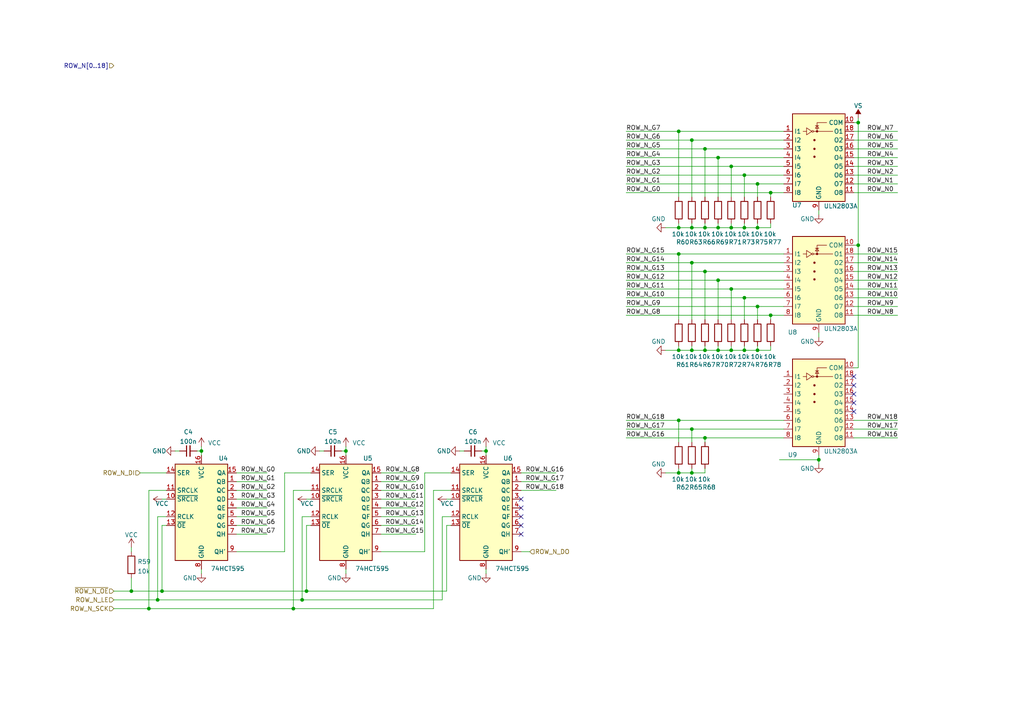
<source format=kicad_sch>
(kicad_sch (version 20210621) (generator eeschema)
  (paper "A4")
  (lib_symbols
    (symbol "74xx:74HCT595"
      (property "Reference" "U" (at -7.62 13.97 0))
      (property "Value" "74HCT595" (at -7.62 -16.51 0))
      (symbol "74HCT595_1_0"
        (pin tri_state line (at 10.16 7.62 180) (length 2.54) (name "QB") (number "1"))
        (pin input line (at -10.16 2.54 0) (length 2.54) (name "~{SRCLR}") (number "10"))
        (pin input line (at -10.16 5.08 0) (length 2.54) (name "SRCLK") (number "11"))
        (pin input line (at -10.16 -2.54 0) (length 2.54) (name "RCLK") (number "12"))
        (pin input line (at -10.16 -5.08 0) (length 2.54) (name "~{OE}") (number "13"))
        (pin input line (at -10.16 10.16 0) (length 2.54) (name "SER") (number "14"))
        (pin tri_state line (at 10.16 10.16 180) (length 2.54) (name "QA") (number "15"))
        (pin power_in line (at 0 15.24 270) (length 2.54) (name "VCC") (number "16"))
        (pin tri_state line (at 10.16 5.08 180) (length 2.54) (name "QC") (number "2"))
        (pin tri_state line (at 10.16 2.54 180) (length 2.54) (name "QD") (number "3"))
        (pin tri_state line (at 10.16 0 180) (length 2.54) (name "QE") (number "4"))
        (pin tri_state line (at 10.16 -2.54 180) (length 2.54) (name "QF") (number "5"))
        (pin tri_state line (at 10.16 -5.08 180) (length 2.54) (name "QG") (number "6"))
        (pin tri_state line (at 10.16 -7.62 180) (length 2.54) (name "QH") (number "7"))
        (pin power_in line (at 0 -17.78 90) (length 2.54) (name "GND") (number "8"))
        (pin output line (at 10.16 -12.7 180) (length 2.54) (name "QH'") (number "9"))
      )
      (symbol "74HCT595_1_1"
        (rectangle (start -7.62 12.7) (end 7.62 -15.24) (stroke (width 0.254)) (fill (type background)))
      )
    )
    (symbol "Device:C_Small" (pin_numbers hide) (pin_names (offset 0.254) hide)
      (property "Reference" "C" (at 0.254 1.778 0))
      (property "Value" "C_Small" (at 0.254 -2.032 0))
      (symbol "C_Small_0_1"
        (polyline (pts (xy -1.524 -0.508) (xy 1.524 -0.508)) (stroke (width 0.3302)))
        (polyline (pts (xy -1.524 0.508) (xy 1.524 0.508)) (stroke (width 0.3048)))
      )
      (symbol "C_Small_1_1"
        (pin passive line (at 0 2.54 270) (length 2.032) (name "~") (number "1"))
        (pin passive line (at 0 -2.54 90) (length 2.032) (name "~") (number "2"))
      )
    )
    (symbol "Device:R" (pin_numbers hide) (pin_names (offset 0))
      (property "Reference" "R" (at 2.032 0 90))
      (property "Value" "R" (at 0 0 90))
      (symbol "R_0_1"
        (rectangle (start -1.016 -2.54) (end 1.016 2.54) (stroke (width 0.254)))
      )
      (symbol "R_1_1"
        (pin passive line (at 0 3.81 270) (length 1.27) (name "~") (number "1"))
        (pin passive line (at 0 -3.81 90) (length 1.27) (name "~") (number "2"))
      )
    )
    (symbol "Transistor_Array:ULN2803A"
      (property "Reference" "U" (at 0 13.335 0))
      (property "Value" "ULN2803A" (at 0 11.43 0))
      (symbol "ULN2803A_0_1"
        (rectangle (start -7.62 -15.24) (end 7.62 10.16) (stroke (width 0.254)) (fill (type background)))
        (circle (center -1.778 5.08) (radius 0.254))
        (circle (center -1.27 -2.286) (radius 0.254) (fill (type outline)))
        (circle (center -1.27 0) (radius 0.254) (fill (type outline)))
        (circle (center -1.27 2.54) (radius 0.254) (fill (type outline)))
        (circle (center -0.508 5.08) (radius 0.254) (fill (type outline)))
        (polyline (pts (xy -4.572 5.08) (xy -3.556 5.08)))
        (polyline (pts (xy -1.524 5.08) (xy 4.064 5.08)))
        (polyline (pts (xy 0 6.731) (xy -1.016 6.731)))
        (polyline (pts (xy -0.508 5.08) (xy -0.508 7.62) (xy 2.286 7.62)))
        (polyline (pts (xy -3.556 6.096) (xy -3.556 4.064) (xy -2.032 5.08) (xy -3.556 6.096)))
        (polyline (pts (xy 0 5.969) (xy -1.016 5.969) (xy -0.508 6.731) (xy 0 5.969)))
      )
      (symbol "ULN2803A_1_1"
        (pin input line (at -10.16 5.08 0) (length 2.54) (name "I1") (number "1"))
        (pin passive line (at 10.16 7.62 180) (length 2.54) (name "COM") (number "10"))
        (pin open_collector line (at 10.16 -12.7 180) (length 2.54) (name "O8") (number "11"))
        (pin open_collector line (at 10.16 -10.16 180) (length 2.54) (name "O7") (number "12"))
        (pin open_collector line (at 10.16 -7.62 180) (length 2.54) (name "O6") (number "13"))
        (pin open_collector line (at 10.16 -5.08 180) (length 2.54) (name "O5") (number "14"))
        (pin open_collector line (at 10.16 -2.54 180) (length 2.54) (name "O4") (number "15"))
        (pin open_collector line (at 10.16 0 180) (length 2.54) (name "O3") (number "16"))
        (pin open_collector line (at 10.16 2.54 180) (length 2.54) (name "O2") (number "17"))
        (pin open_collector line (at 10.16 5.08 180) (length 2.54) (name "O1") (number "18"))
        (pin input line (at -10.16 2.54 0) (length 2.54) (name "I2") (number "2"))
        (pin input line (at -10.16 0 0) (length 2.54) (name "I3") (number "3"))
        (pin input line (at -10.16 -2.54 0) (length 2.54) (name "I4") (number "4"))
        (pin input line (at -10.16 -5.08 0) (length 2.54) (name "I5") (number "5"))
        (pin input line (at -10.16 -7.62 0) (length 2.54) (name "I6") (number "6"))
        (pin input line (at -10.16 -10.16 0) (length 2.54) (name "I7") (number "7"))
        (pin input line (at -10.16 -12.7 0) (length 2.54) (name "I8") (number "8"))
        (pin power_in line (at 0 -17.78 90) (length 2.54) (name "GND") (number "9"))
      )
    )
    (symbol "power:GND" (power) (pin_names (offset 0))
      (property "Value" "GND" (at 0 -3.81 0))
      (symbol "GND_0_1"
        (polyline (pts (xy 0 0) (xy 0 -1.27) (xy 1.27 -1.27) (xy 0 -2.54) (xy -1.27 -1.27) (xy 0 -1.27)))
      )
      (symbol "GND_1_1"
        (pin power_in line (at 0 0 270) (length 0) hide (name "GND") (number "1"))
      )
    )
    (symbol "power:VCC" (power) (pin_names (offset 0))
      (property "Value" "VCC" (at 0 3.81 0))
      (symbol "VCC_0_1"
        (polyline (pts (xy -0.762 1.27) (xy 0 2.54)))
        (polyline (pts (xy 0 0) (xy 0 2.54)))
        (polyline (pts (xy 0 2.54) (xy 0.762 1.27)))
      )
      (symbol "VCC_1_1"
        (pin power_in line (at 0 0 90) (length 0) hide (name "VCC") (number "1"))
      )
    )
    (symbol "power:VS" (power) (pin_names (offset 0))
      (property "Value" "VS" (at 0 3.81 0))
      (symbol "VS_0_1"
        (polyline (pts (xy 0 0) (xy 0 2.54)))
        (polyline (pts (xy 0.762 1.27) (xy -0.762 1.27) (xy 0 2.54) (xy 0.762 1.27)) (fill (type outline)))
      )
      (symbol "VS_1_1"
        (pin power_in line (at 0 0 90) (length 0) hide (name "VS") (number "1"))
      )
    )
  )
  (junction (at 204.47 101.6))
  (junction (at 212.09 66.04))
  (junction (at 200.66 101.6))
  (junction (at 196.85 121.92))
  (junction (at 46.99 171.45))
  (junction (at 196.85 73.66))
  (junction (at 196.85 137.16))
  (junction (at 100.33 130.81))
  (junction (at 140.97 130.81))
  (junction (at 45.72 173.99))
  (junction (at 88.9 171.45))
  (junction (at 196.85 38.1))
  (junction (at 212.09 48.26))
  (junction (at 200.66 137.16))
  (junction (at 212.09 101.6))
  (junction (at 219.71 101.6))
  (junction (at 208.28 101.6))
  (junction (at 215.9 66.04))
  (junction (at 204.47 127))
  (junction (at 38.1 171.45))
  (junction (at 248.92 71.12))
  (junction (at 204.47 78.74))
  (junction (at 219.71 53.34))
  (junction (at 204.47 66.04))
  (junction (at 87.63 173.99))
  (junction (at 85.09 176.53))
  (junction (at 215.9 50.8))
  (junction (at 215.9 101.6))
  (junction (at 204.47 43.18))
  (junction (at 43.18 176.53))
  (junction (at 248.92 35.56))
  (junction (at 237.49 133.35))
  (junction (at 208.28 45.72))
  (junction (at 212.09 83.82))
  (junction (at 223.52 91.44))
  (junction (at 196.85 101.6))
  (junction (at 208.28 81.28))
  (junction (at 219.71 66.04))
  (junction (at 58.42 130.81))
  (junction (at 223.52 55.88))
  (junction (at 196.85 66.04))
  (junction (at 200.66 40.64))
  (junction (at 200.66 66.04))
  (junction (at 200.66 76.2))
  (junction (at 219.71 88.9))
  (junction (at 215.9 86.36))
  (junction (at 208.28 66.04))
  (junction (at 200.66 124.46))
  (no_connect (at 151.13 149.86))
  (no_connect (at 151.13 152.4))
  (no_connect (at 247.65 109.22))
  (no_connect (at 247.65 111.76))
  (no_connect (at 247.65 114.3))
  (no_connect (at 247.65 116.84))
  (no_connect (at 247.65 119.38))
  (no_connect (at 151.13 144.78))
  (no_connect (at 151.13 147.32))
  (no_connect (at 151.13 154.94))
  (wire (pts (xy 90.17 152.4) (xy 88.9 152.4)))
  (wire (pts (xy 181.61 127) (xy 204.47 127)))
  (wire (pts (xy 204.47 127) (xy 227.33 127)))
  (wire (pts (xy 208.28 45.72) (xy 227.33 45.72)))
  (wire (pts (xy 181.61 45.72) (xy 208.28 45.72)))
  (wire (pts (xy 196.85 137.16) (xy 200.66 137.16)))
  (wire (pts (xy 46.99 171.45) (xy 88.9 171.45)))
  (wire (pts (xy 129.54 171.45) (xy 88.9 171.45)))
  (wire (pts (xy 110.49 139.7) (xy 120.65 139.7)))
  (wire (pts (xy 204.47 57.15) (xy 204.47 43.18)))
  (wire (pts (xy 181.61 124.46) (xy 200.66 124.46)))
  (wire (pts (xy 200.66 124.46) (xy 227.33 124.46)))
  (wire (pts (xy 204.47 135.89) (xy 204.47 137.16)))
  (wire (pts (xy 33.02 176.53) (xy 43.18 176.53)))
  (wire (pts (xy 151.13 142.24) (xy 161.29 142.24)))
  (wire (pts (xy 58.42 129.54) (xy 58.42 130.81)))
  (wire (pts (xy 99.06 130.81) (xy 100.33 130.81)))
  (wire (pts (xy 129.54 152.4) (xy 129.54 171.45)))
  (wire (pts (xy 110.49 137.16) (xy 120.65 137.16)))
  (wire (pts (xy 82.55 137.16) (xy 90.17 137.16)))
  (wire (pts (xy 43.18 176.53) (xy 85.09 176.53)))
  (wire (pts (xy 33.02 173.99) (xy 45.72 173.99)))
  (wire (pts (xy 219.71 92.71) (xy 219.71 88.9)))
  (wire (pts (xy 215.9 92.71) (xy 215.9 86.36)))
  (wire (pts (xy 38.1 167.64) (xy 38.1 171.45)))
  (wire (pts (xy 219.71 100.33) (xy 219.71 101.6)))
  (wire (pts (xy 181.61 121.92) (xy 196.85 121.92)))
  (wire (pts (xy 196.85 121.92) (xy 227.33 121.92)))
  (wire (pts (xy 215.9 50.8) (xy 227.33 50.8)))
  (wire (pts (xy 181.61 50.8) (xy 215.9 50.8)))
  (wire (pts (xy 110.49 152.4) (xy 120.65 152.4)))
  (wire (pts (xy 247.65 83.82) (xy 260.35 83.82)))
  (wire (pts (xy 247.65 35.56) (xy 248.92 35.56)))
  (wire (pts (xy 50.8 130.81) (xy 52.07 130.81)))
  (wire (pts (xy 212.09 92.71) (xy 212.09 83.82)))
  (wire (pts (xy 87.63 173.99) (xy 128.27 173.99)))
  (wire (pts (xy 68.58 139.7) (xy 77.47 139.7)))
  (wire (pts (xy 88.9 152.4) (xy 88.9 171.45)))
  (wire (pts (xy 200.66 101.6) (xy 204.47 101.6)))
  (wire (pts (xy 193.04 101.6) (xy 196.85 101.6)))
  (wire (pts (xy 68.58 147.32) (xy 77.47 147.32)))
  (wire (pts (xy 139.7 130.81) (xy 140.97 130.81)))
  (wire (pts (xy 48.26 149.86) (xy 45.72 149.86)))
  (wire (pts (xy 151.13 137.16) (xy 161.29 137.16)))
  (wire (pts (xy 100.33 130.81) (xy 100.33 132.08)))
  (wire (pts (xy 204.47 100.33) (xy 204.47 101.6)))
  (wire (pts (xy 196.85 38.1) (xy 227.33 38.1)))
  (wire (pts (xy 181.61 38.1) (xy 196.85 38.1)))
  (wire (pts (xy 200.66 137.16) (xy 204.47 137.16)))
  (wire (pts (xy 129.54 144.78) (xy 130.81 144.78)))
  (wire (pts (xy 90.17 142.24) (xy 85.09 142.24)))
  (wire (pts (xy 68.58 144.78) (xy 77.47 144.78)))
  (wire (pts (xy 223.52 100.33) (xy 223.52 101.6)))
  (wire (pts (xy 151.13 139.7) (xy 161.29 139.7)))
  (wire (pts (xy 248.92 71.12) (xy 248.92 106.68)))
  (wire (pts (xy 248.92 106.68) (xy 247.65 106.68)))
  (wire (pts (xy 248.92 34.29) (xy 248.92 35.56)))
  (wire (pts (xy 248.92 35.56) (xy 248.92 71.12)))
  (wire (pts (xy 45.72 173.99) (xy 87.63 173.99)))
  (wire (pts (xy 68.58 149.86) (xy 77.47 149.86)))
  (wire (pts (xy 237.49 60.96) (xy 237.49 62.23)))
  (wire (pts (xy 247.65 121.92) (xy 260.35 121.92)))
  (wire (pts (xy 68.58 137.16) (xy 77.47 137.16)))
  (wire (pts (xy 247.65 86.36) (xy 260.35 86.36)))
  (wire (pts (xy 193.04 137.16) (xy 196.85 137.16)))
  (wire (pts (xy 219.71 88.9) (xy 227.33 88.9)))
  (wire (pts (xy 181.61 88.9) (xy 219.71 88.9)))
  (wire (pts (xy 181.61 83.82) (xy 212.09 83.82)))
  (wire (pts (xy 212.09 83.82) (xy 227.33 83.82)))
  (wire (pts (xy 204.47 64.77) (xy 204.47 66.04)))
  (wire (pts (xy 212.09 57.15) (xy 212.09 48.26)))
  (wire (pts (xy 212.09 101.6) (xy 215.9 101.6)))
  (wire (pts (xy 87.63 149.86) (xy 87.63 173.99)))
  (wire (pts (xy 247.65 45.72) (xy 260.35 45.72)))
  (wire (pts (xy 130.81 149.86) (xy 128.27 149.86)))
  (wire (pts (xy 110.49 147.32) (xy 120.65 147.32)))
  (wire (pts (xy 247.65 43.18) (xy 260.35 43.18)))
  (wire (pts (xy 85.09 176.53) (xy 125.73 176.53)))
  (wire (pts (xy 133.35 130.81) (xy 134.62 130.81)))
  (wire (pts (xy 85.09 142.24) (xy 85.09 176.53)))
  (wire (pts (xy 140.97 129.54) (xy 140.97 130.81)))
  (wire (pts (xy 181.61 86.36) (xy 215.9 86.36)))
  (wire (pts (xy 215.9 86.36) (xy 227.33 86.36)))
  (wire (pts (xy 196.85 100.33) (xy 196.85 101.6)))
  (wire (pts (xy 46.99 144.78) (xy 48.26 144.78)))
  (wire (pts (xy 247.65 71.12) (xy 248.92 71.12)))
  (wire (pts (xy 200.66 64.77) (xy 200.66 66.04)))
  (wire (pts (xy 181.61 81.28) (xy 208.28 81.28)))
  (wire (pts (xy 208.28 81.28) (xy 227.33 81.28)))
  (wire (pts (xy 215.9 64.77) (xy 215.9 66.04)))
  (wire (pts (xy 151.13 160.02) (xy 153.67 160.02)))
  (wire (pts (xy 43.18 142.24) (xy 43.18 176.53)))
  (wire (pts (xy 33.02 171.45) (xy 38.1 171.45)))
  (wire (pts (xy 38.1 171.45) (xy 46.99 171.45)))
  (wire (pts (xy 90.17 149.86) (xy 87.63 149.86)))
  (wire (pts (xy 247.65 73.66) (xy 260.35 73.66)))
  (wire (pts (xy 38.1 158.75) (xy 38.1 160.02)))
  (wire (pts (xy 140.97 130.81) (xy 140.97 132.08)))
  (wire (pts (xy 196.85 73.66) (xy 227.33 73.66)))
  (wire (pts (xy 181.61 73.66) (xy 196.85 73.66)))
  (wire (pts (xy 215.9 100.33) (xy 215.9 101.6)))
  (wire (pts (xy 247.65 48.26) (xy 260.35 48.26)))
  (wire (pts (xy 215.9 57.15) (xy 215.9 50.8)))
  (wire (pts (xy 196.85 101.6) (xy 200.66 101.6)))
  (wire (pts (xy 200.66 40.64) (xy 227.33 40.64)))
  (wire (pts (xy 181.61 40.64) (xy 200.66 40.64)))
  (wire (pts (xy 247.65 53.34) (xy 260.35 53.34)))
  (wire (pts (xy 247.65 78.74) (xy 260.35 78.74)))
  (wire (pts (xy 100.33 129.54) (xy 100.33 130.81)))
  (wire (pts (xy 204.47 43.18) (xy 227.33 43.18)))
  (wire (pts (xy 181.61 43.18) (xy 204.47 43.18)))
  (wire (pts (xy 181.61 53.34) (xy 219.71 53.34)))
  (wire (pts (xy 219.71 53.34) (xy 227.33 53.34)))
  (wire (pts (xy 57.15 130.81) (xy 58.42 130.81)))
  (wire (pts (xy 200.66 92.71) (xy 200.66 76.2)))
  (wire (pts (xy 130.81 152.4) (xy 129.54 152.4)))
  (wire (pts (xy 140.97 165.1) (xy 140.97 166.37)))
  (wire (pts (xy 204.47 101.6) (xy 208.28 101.6)))
  (wire (pts (xy 82.55 160.02) (xy 82.55 137.16)))
  (wire (pts (xy 208.28 100.33) (xy 208.28 101.6)))
  (wire (pts (xy 212.09 64.77) (xy 212.09 66.04)))
  (wire (pts (xy 208.28 64.77) (xy 208.28 66.04)))
  (wire (pts (xy 219.71 101.6) (xy 223.52 101.6)))
  (wire (pts (xy 48.26 142.24) (xy 43.18 142.24)))
  (wire (pts (xy 223.52 57.15) (xy 223.52 55.88)))
  (wire (pts (xy 237.49 96.52) (xy 237.49 97.79)))
  (wire (pts (xy 68.58 152.4) (xy 77.47 152.4)))
  (wire (pts (xy 223.52 92.71) (xy 223.52 91.44)))
  (wire (pts (xy 130.81 142.24) (xy 125.73 142.24)))
  (wire (pts (xy 204.47 92.71) (xy 204.47 78.74)))
  (wire (pts (xy 247.65 50.8) (xy 260.35 50.8)))
  (wire (pts (xy 208.28 92.71) (xy 208.28 81.28)))
  (wire (pts (xy 110.49 154.94) (xy 120.65 154.94)))
  (wire (pts (xy 200.66 135.89) (xy 200.66 137.16)))
  (wire (pts (xy 247.65 55.88) (xy 260.35 55.88)))
  (wire (pts (xy 46.99 152.4) (xy 46.99 171.45)))
  (wire (pts (xy 200.66 57.15) (xy 200.66 40.64)))
  (wire (pts (xy 110.49 144.78) (xy 120.65 144.78)))
  (wire (pts (xy 247.65 76.2) (xy 260.35 76.2)))
  (wire (pts (xy 200.66 128.27) (xy 200.66 124.46)))
  (wire (pts (xy 40.64 137.16) (xy 48.26 137.16)))
  (wire (pts (xy 247.65 38.1) (xy 260.35 38.1)))
  (wire (pts (xy 110.49 149.86) (xy 120.65 149.86)))
  (wire (pts (xy 128.27 149.86) (xy 128.27 173.99)))
  (wire (pts (xy 208.28 57.15) (xy 208.28 45.72)))
  (wire (pts (xy 219.71 64.77) (xy 219.71 66.04)))
  (wire (pts (xy 196.85 128.27) (xy 196.85 121.92)))
  (wire (pts (xy 68.58 160.02) (xy 82.55 160.02)))
  (wire (pts (xy 212.09 100.33) (xy 212.09 101.6)))
  (wire (pts (xy 123.19 160.02) (xy 123.19 137.16)))
  (wire (pts (xy 208.28 101.6) (xy 212.09 101.6)))
  (wire (pts (xy 247.65 88.9) (xy 260.35 88.9)))
  (wire (pts (xy 48.26 152.4) (xy 46.99 152.4)))
  (wire (pts (xy 200.66 100.33) (xy 200.66 101.6)))
  (wire (pts (xy 58.42 165.1) (xy 58.42 166.37)))
  (wire (pts (xy 223.52 55.88) (xy 227.33 55.88)))
  (wire (pts (xy 181.61 55.88) (xy 223.52 55.88)))
  (wire (pts (xy 110.49 142.24) (xy 120.65 142.24)))
  (wire (pts (xy 181.61 91.44) (xy 223.52 91.44)))
  (wire (pts (xy 223.52 91.44) (xy 227.33 91.44)))
  (wire (pts (xy 219.71 57.15) (xy 219.71 53.34)))
  (wire (pts (xy 45.72 149.86) (xy 45.72 173.99)))
  (wire (pts (xy 247.65 124.46) (xy 260.35 124.46)))
  (wire (pts (xy 88.9 144.78) (xy 90.17 144.78)))
  (wire (pts (xy 247.65 91.44) (xy 260.35 91.44)))
  (wire (pts (xy 247.65 81.28) (xy 260.35 81.28)))
  (wire (pts (xy 125.73 142.24) (xy 125.73 176.53)))
  (wire (pts (xy 215.9 66.04) (xy 219.71 66.04)))
  (wire (pts (xy 219.71 66.04) (xy 223.52 66.04)))
  (wire (pts (xy 196.85 66.04) (xy 200.66 66.04)))
  (wire (pts (xy 200.66 66.04) (xy 204.47 66.04)))
  (wire (pts (xy 204.47 66.04) (xy 208.28 66.04)))
  (wire (pts (xy 208.28 66.04) (xy 212.09 66.04)))
  (wire (pts (xy 212.09 66.04) (xy 215.9 66.04)))
  (wire (pts (xy 193.04 66.04) (xy 196.85 66.04)))
  (wire (pts (xy 223.52 64.77) (xy 223.52 66.04)))
  (wire (pts (xy 237.49 133.35) (xy 226.06 133.35)))
  (wire (pts (xy 92.71 130.81) (xy 93.98 130.81)))
  (wire (pts (xy 237.49 132.08) (xy 237.49 133.35)))
  (wire (pts (xy 237.49 133.35) (xy 237.49 134.62)))
  (wire (pts (xy 196.85 92.71) (xy 196.85 73.66)))
  (wire (pts (xy 204.47 128.27) (xy 204.47 127)))
  (wire (pts (xy 196.85 57.15) (xy 196.85 38.1)))
  (wire (pts (xy 100.33 165.1) (xy 100.33 166.37)))
  (wire (pts (xy 196.85 135.89) (xy 196.85 137.16)))
  (wire (pts (xy 68.58 154.94) (xy 77.47 154.94)))
  (wire (pts (xy 215.9 101.6) (xy 219.71 101.6)))
  (wire (pts (xy 123.19 137.16) (xy 130.81 137.16)))
  (wire (pts (xy 68.58 142.24) (xy 77.47 142.24)))
  (wire (pts (xy 181.61 76.2) (xy 200.66 76.2)))
  (wire (pts (xy 200.66 76.2) (xy 227.33 76.2)))
  (wire (pts (xy 212.09 48.26) (xy 227.33 48.26)))
  (wire (pts (xy 181.61 48.26) (xy 212.09 48.26)))
  (wire (pts (xy 181.61 78.74) (xy 204.47 78.74)))
  (wire (pts (xy 204.47 78.74) (xy 227.33 78.74)))
  (wire (pts (xy 247.65 127) (xy 260.35 127)))
  (wire (pts (xy 58.42 130.81) (xy 58.42 132.08)))
  (wire (pts (xy 196.85 64.77) (xy 196.85 66.04)))
  (wire (pts (xy 247.65 40.64) (xy 260.35 40.64)))
  (wire (pts (xy 110.49 160.02) (xy 123.19 160.02)))
  (label "ROW_N14" (at 251.46 76.2 0))
  (label "ROW_N_G18" (at 152.4 142.24 0))
  (label "ROW_N_G14" (at 111.76 152.4 0))
  (label "ROW_N_G2" (at 181.61 50.8 0))
  (label "ROW_N_G13" (at 111.76 149.86 0))
  (label "ROW_N_G12" (at 111.76 147.32 0))
  (label "ROW_N_G14" (at 181.61 76.2 0))
  (label "ROW_N_G15" (at 111.76 154.94 0))
  (label "ROW_N18" (at 251.46 121.92 0))
  (label "ROW_N_G13" (at 181.61 78.74 0))
  (label "ROW_N_G3" (at 69.85 144.78 0))
  (label "ROW_N11" (at 251.46 83.82 0))
  (label "ROW_N13" (at 251.46 78.74 0))
  (label "ROW_N_G11" (at 181.61 83.82 0))
  (label "ROW_N_G7" (at 181.61 38.1 0))
  (label "ROW_N7" (at 251.46 38.1 0))
  (label "ROW_N16" (at 251.46 127 0))
  (label "ROW_N_G6" (at 69.85 152.4 0))
  (label "ROW_N_G4" (at 69.85 147.32 0))
  (label "ROW_N12" (at 251.46 81.28 0))
  (label "ROW_N8" (at 251.46 91.44 0))
  (label "ROW_N9" (at 251.46 88.9 0))
  (label "ROW_N_G15" (at 181.61 73.66 0))
  (label "ROW_N_G3" (at 181.61 48.26 0))
  (label "ROW_N6" (at 251.46 40.64 0))
  (label "ROW_N_G16" (at 152.4 137.16 0))
  (label "ROW_N_G17" (at 181.61 124.46 0))
  (label "ROW_N_G7" (at 69.85 154.94 0))
  (label "ROW_N_G5" (at 69.85 149.86 0))
  (label "ROW_N_G0" (at 181.61 55.88 0))
  (label "ROW_N_G0" (at 69.85 137.16 0))
  (label "ROW_N1" (at 251.46 53.34 0))
  (label "ROW_N_G4" (at 181.61 45.72 0))
  (label "ROW_N_G2" (at 69.85 142.24 0))
  (label "ROW_N_G10" (at 111.76 142.24 0))
  (label "ROW_N_G9" (at 111.76 139.7 0))
  (label "ROW_N_G18" (at 181.61 121.92 0))
  (label "ROW_N3" (at 251.46 48.26 0))
  (label "ROW_N0" (at 251.46 55.88 0))
  (label "ROW_N2" (at 251.46 50.8 0))
  (label "ROW_N_G17" (at 152.4 139.7 0))
  (label "ROW_N_G6" (at 181.61 40.64 0))
  (label "ROW_N_G8" (at 181.61 91.44 0))
  (label "ROW_N_G16" (at 181.61 127 0))
  (label "ROW_N_G5" (at 181.61 43.18 0))
  (label "ROW_N15" (at 251.46 73.66 0))
  (label "ROW_N_G1" (at 181.61 53.34 0))
  (label "ROW_N_G8" (at 111.76 137.16 0))
  (label "ROW_N5" (at 251.46 43.18 0))
  (label "ROW_N4" (at 251.46 45.72 0))
  (label "ROW_N_G1" (at 69.85 139.7 0))
  (label "ROW_N_G10" (at 181.61 86.36 0))
  (label "ROW_N_G12" (at 181.61 81.28 0))
  (label "ROW_N_G9" (at 181.61 88.9 0))
  (label "ROW_N17" (at 251.46 124.46 0))
  (label "ROW_N10" (at 251.46 86.36 0))
  (label "ROW_N_G11" (at 111.76 144.78 0))
  (hierarchical_label "ROW_N_SCK" (shape input) (at 33.02 176.53 180))
  (hierarchical_label "ROW_N_DI" (shape input) (at 40.64 137.16 180))
  (hierarchical_label "ROW_N[0..18]" (shape input) (at 33.02 19.05 180))
  (hierarchical_label "~{ROW_N_OE}" (shape input) (at 33.02 171.45 180))
  (hierarchical_label "ROW_N_LE" (shape input) (at 33.02 173.99 180))
  (hierarchical_label "ROW_N_DO" (shape input) (at 153.67 160.02 0))
  (symbol (lib_id "power:GND") (at 193.04 66.04 270) (unit 1)
    (property "Reference" "#PWR036" (effects hide))
    (property "Value" "GND" (at 193.04 63.5 90) (effects (justify right)))
  )
  (symbol (lib_id "power:VCC") (at 38.1 158.75 0) (unit 1)
    (property "Reference" "#PWR0137" (effects hide))
    (property "Value" "VCC" (at 38.1 155.1454 0))
  )
  (symbol (lib_id "Device:C_Small") (at 96.52 130.81 90) (unit 1)
    (property "Reference" "C5" (at 96.52 125.2813 90))
    (property "Value" "100n" (at 96.52 128.0564 90))
    (property "Footprint" "Capacitor_SMD:C_0603_1608Metric" (effects hide))
  )
  (symbol (lib_id "Device:R") (at 38.1 163.83 0) (unit 1)
    (property "Reference" "R59" (at 39.8781 162.9215 0) (effects (justify left)))
    (property "Value" "10k" (at 39.8781 165.6966 0) (effects (justify left)))
    (property "Footprint" "Resistor_SMD:R_0603_1608Metric" (effects hide))
  )
  (symbol (lib_id "Device:R") (at 204.47 60.96 0) (unit 1)
    (property "Reference" "R66" (at 203.7081 70.2115 0) (effects (justify left)))
    (property "Value" "10k" (at 202.4381 67.9066 0) (effects (justify left)))
    (property "Footprint" "Resistor_SMD:R_0603_1608Metric" (effects hide))
  )
  (symbol (lib_id "74xx:74HCT595") (at 100.33 147.32 0) (unit 1)
    (property "Reference" "U5" (at 106.68 132.9394 0))
    (property "Value" "74HCT595" (at 107.95 164.9245 0))
    (property "Footprint" "Package_SO:SOIC-16_3.9x9.9mm_P1.27mm" (effects hide))
    (property "Datasheet" "https://assets.nexperia.com/documents/data-sheet/74HC_HCT595.pdf" (effects hide))
  )
  (symbol (lib_id "power:GND") (at 237.49 97.79 0) (unit 1)
    (property "Reference" "#PWR033" (effects hide))
    (property "Value" "GND" (at 236.22 99.06 0) (effects (justify right)))
  )
  (symbol (lib_id "74xx:74HCT595") (at 140.97 147.32 0) (unit 1)
    (property "Reference" "U6" (at 147.32 132.9394 0))
    (property "Value" "74HCT595" (at 148.59 164.9245 0))
    (property "Footprint" "Package_SO:SOIC-16_3.9x9.9mm_P1.27mm" (effects hide))
    (property "Datasheet" "https://assets.nexperia.com/documents/data-sheet/74HC_HCT595.pdf" (effects hide))
  )
  (symbol (lib_id "power:VCC") (at 88.9 144.78 90) (unit 1)
    (property "Reference" "#PWR024" (effects hide))
    (property "Value" "VCC" (at 89.1054 146.05 90))
  )
  (symbol (lib_id "Device:R") (at 219.71 96.52 0) (unit 1)
    (property "Reference" "R76" (at 218.9481 105.7715 0) (effects (justify left)))
    (property "Value" "10k" (at 217.6781 103.4666 0) (effects (justify left)))
    (property "Footprint" "Resistor_SMD:R_0603_1608Metric" (effects hide))
  )
  (symbol (lib_id "Device:R") (at 196.85 96.52 0) (unit 1)
    (property "Reference" "R61" (at 196.0881 105.7715 0) (effects (justify left)))
    (property "Value" "10k" (at 194.8181 103.4666 0) (effects (justify left)))
    (property "Footprint" "Resistor_SMD:R_0603_1608Metric" (effects hide))
  )
  (symbol (lib_id "power:VCC") (at 100.33 129.54 0) (unit 1)
    (property "Reference" "#PWR026" (effects hide))
    (property "Value" "VCC" (at 104.14 128.4754 0))
  )
  (symbol (lib_id "power:VCC") (at 58.42 129.54 0) (unit 1)
    (property "Reference" "#PWR022" (effects hide))
    (property "Value" "VCC" (at 62.23 128.4754 0))
  )
  (symbol (lib_id "power:VCC") (at 140.97 129.54 0) (unit 1)
    (property "Reference" "#PWR030" (effects hide))
    (property "Value" "VCC" (at 144.78 128.4754 0))
  )
  (symbol (lib_id "power:VS") (at 248.92 34.29 0) (unit 1)
    (property "Reference" "#PWR035" (effects hide))
    (property "Value" "VS" (at 248.92 30.6854 0))
  )
  (symbol (lib_id "Device:R") (at 223.52 96.52 0) (unit 1)
    (property "Reference" "R78" (at 222.7581 105.7715 0) (effects (justify left)))
    (property "Value" "10k" (at 221.4881 103.4666 0) (effects (justify left)))
    (property "Footprint" "Resistor_SMD:R_0603_1608Metric" (effects hide))
  )
  (symbol (lib_id "Device:R") (at 212.09 96.52 0) (unit 1)
    (property "Reference" "R72" (at 211.3281 105.7715 0) (effects (justify left)))
    (property "Value" "10k" (at 210.0581 103.4666 0) (effects (justify left)))
    (property "Footprint" "Resistor_SMD:R_0603_1608Metric" (effects hide))
  )
  (symbol (lib_id "Device:R") (at 223.52 60.96 0) (unit 1)
    (property "Reference" "R77" (at 222.7581 70.2115 0) (effects (justify left)))
    (property "Value" "10k" (at 221.4881 67.9066 0) (effects (justify left)))
    (property "Footprint" "Resistor_SMD:R_0603_1608Metric" (effects hide))
  )
  (symbol (lib_id "Device:R") (at 215.9 60.96 0) (unit 1)
    (property "Reference" "R73" (at 215.1381 70.2115 0) (effects (justify left)))
    (property "Value" "10k" (at 213.8681 67.9066 0) (effects (justify left)))
    (property "Footprint" "Resistor_SMD:R_0603_1608Metric" (effects hide))
  )
  (symbol (lib_id "power:GND") (at 193.04 101.6 270) (unit 1)
    (property "Reference" "#PWR037" (effects hide))
    (property "Value" "GND" (at 193.04 99.06 90) (effects (justify right)))
  )
  (symbol (lib_id "Device:R") (at 200.66 132.08 0) (unit 1)
    (property "Reference" "R65" (at 199.8981 141.3315 0) (effects (justify left)))
    (property "Value" "10k" (at 198.6281 139.0266 0) (effects (justify left)))
    (property "Footprint" "Resistor_SMD:R_0603_1608Metric" (effects hide))
  )
  (symbol (lib_id "Device:R") (at 196.85 60.96 0) (unit 1)
    (property "Reference" "R60" (at 196.0881 70.2115 0) (effects (justify left)))
    (property "Value" "10k" (at 194.8181 67.9066 0) (effects (justify left)))
    (property "Footprint" "Resistor_SMD:R_0603_1608Metric" (effects hide))
  )
  (symbol (lib_id "power:GND") (at 140.97 166.37 0) (unit 1)
    (property "Reference" "#PWR031" (effects hide))
    (property "Value" "GND" (at 139.7 167.64 0) (effects (justify right)))
  )
  (symbol (lib_id "Device:R") (at 204.47 132.08 0) (unit 1)
    (property "Reference" "R68" (at 203.7081 141.3315 0) (effects (justify left)))
    (property "Value" "10k" (at 202.4381 139.0266 0) (effects (justify left)))
    (property "Footprint" "Resistor_SMD:R_0603_1608Metric" (effects hide))
  )
  (symbol (lib_id "74xx:74HCT595") (at 58.42 147.32 0) (unit 1)
    (property "Reference" "U4" (at 64.77 132.9394 0))
    (property "Value" "74HCT595" (at 66.04 164.9245 0))
    (property "Footprint" "Package_SO:SOIC-16_3.9x9.9mm_P1.27mm" (effects hide))
    (property "Datasheet" "https://assets.nexperia.com/documents/data-sheet/74HC_HCT595.pdf" (effects hide))
  )
  (symbol (lib_id "Device:C_Small") (at 137.16 130.81 90) (unit 1)
    (property "Reference" "C6" (at 137.16 125.2813 90))
    (property "Value" "100n" (at 137.16 128.0564 90))
    (property "Footprint" "Capacitor_SMD:C_0603_1608Metric" (effects hide))
  )
  (symbol (lib_id "power:GND") (at 237.49 134.62 0) (unit 1)
    (property "Reference" "#PWR034" (effects hide))
    (property "Value" "GND" (at 236.22 135.89 0) (effects (justify right)))
  )
  (symbol (lib_id "power:GND") (at 92.71 130.81 270) (unit 1)
    (property "Reference" "#PWR025" (effects hide))
    (property "Value" "GND" (at 90.17 130.81 90) (effects (justify right)))
  )
  (symbol (lib_id "Device:R") (at 215.9 96.52 0) (unit 1)
    (property "Reference" "R74" (at 215.1381 105.7715 0) (effects (justify left)))
    (property "Value" "10k" (at 213.8681 103.4666 0) (effects (justify left)))
    (property "Footprint" "Resistor_SMD:R_0603_1608Metric" (effects hide))
  )
  (symbol (lib_id "power:VCC") (at 46.99 144.78 90) (unit 1)
    (property "Reference" "#PWR020" (effects hide))
    (property "Value" "VCC" (at 46.99 146.05 90))
  )
  (symbol (lib_id "power:GND") (at 100.33 166.37 0) (unit 1)
    (property "Reference" "#PWR027" (effects hide))
    (property "Value" "GND" (at 99.06 167.64 0) (effects (justify right)))
  )
  (symbol (lib_id "Device:R") (at 204.47 96.52 0) (unit 1)
    (property "Reference" "R67" (at 203.7081 105.7715 0) (effects (justify left)))
    (property "Value" "10k" (at 202.4381 103.4666 0) (effects (justify left)))
    (property "Footprint" "Resistor_SMD:R_0603_1608Metric" (effects hide))
  )
  (symbol (lib_id "Device:R") (at 196.85 132.08 0) (unit 1)
    (property "Reference" "R62" (at 196.0881 141.3315 0) (effects (justify left)))
    (property "Value" "10k" (at 194.8181 139.0266 0) (effects (justify left)))
    (property "Footprint" "Resistor_SMD:R_0603_1608Metric" (effects hide))
  )
  (symbol (lib_id "power:GND") (at 58.42 166.37 0) (unit 1)
    (property "Reference" "#PWR023" (effects hide))
    (property "Value" "GND" (at 57.15 167.64 0) (effects (justify right)))
  )
  (symbol (lib_id "Transistor_Array:ULN2803A") (at 237.49 43.18 0) (unit 1)
    (property "Reference" "U7" (at 231.14 59.5334 0))
    (property "Value" "ULN2803A" (at 243.84 59.7685 0))
    (property "Footprint" "Package_SO:SOIC-18W_7.5x11.6mm_P1.27mm" (effects hide))
    (property "Datasheet" "http://www.ti.com/lit/ds/symlink/uln2803a.pdf" (effects hide))
  )
  (symbol (lib_id "power:VCC") (at 129.54 144.78 90) (unit 1)
    (property "Reference" "#PWR028" (effects hide))
    (property "Value" "VCC" (at 129.7454 146.05 90))
  )
  (symbol (lib_id "Device:R") (at 212.09 60.96 0) (unit 1)
    (property "Reference" "R71" (at 211.3281 70.2115 0) (effects (justify left)))
    (property "Value" "10k" (at 210.0581 67.9066 0) (effects (justify left)))
    (property "Footprint" "Resistor_SMD:R_0603_1608Metric" (effects hide))
  )
  (symbol (lib_id "Device:R") (at 208.28 96.52 0) (unit 1)
    (property "Reference" "R70" (at 207.5181 105.7715 0) (effects (justify left)))
    (property "Value" "10k" (at 206.2481 103.4666 0) (effects (justify left)))
    (property "Footprint" "Resistor_SMD:R_0603_1608Metric" (effects hide))
  )
  (symbol (lib_id "power:GND") (at 237.49 62.23 0) (unit 1)
    (property "Reference" "#PWR032" (effects hide))
    (property "Value" "GND" (at 236.22 63.5 0) (effects (justify right)))
  )
  (symbol (lib_id "power:GND") (at 133.35 130.81 270) (unit 1)
    (property "Reference" "#PWR029" (effects hide))
    (property "Value" "GND" (at 130.81 130.81 90) (effects (justify right)))
  )
  (symbol (lib_id "Device:R") (at 200.66 60.96 0) (unit 1)
    (property "Reference" "R63" (at 199.8981 70.2115 0) (effects (justify left)))
    (property "Value" "10k" (at 198.6281 67.9066 0) (effects (justify left)))
    (property "Footprint" "Resistor_SMD:R_0603_1608Metric" (effects hide))
  )
  (symbol (lib_id "Device:R") (at 219.71 60.96 0) (unit 1)
    (property "Reference" "R75" (at 218.9481 70.2115 0) (effects (justify left)))
    (property "Value" "10k" (at 217.6781 67.9066 0) (effects (justify left)))
    (property "Footprint" "Resistor_SMD:R_0603_1608Metric" (effects hide))
  )
  (symbol (lib_id "power:GND") (at 193.04 137.16 270) (unit 1)
    (property "Reference" "#PWR038" (effects hide))
    (property "Value" "GND" (at 193.04 134.62 90) (effects (justify right)))
  )
  (symbol (lib_id "Transistor_Array:ULN2803A") (at 237.49 114.3 0) (unit 1)
    (property "Reference" "U9" (at 229.87 131.9234 0))
    (property "Value" "ULN2803A" (at 243.84 130.8885 0))
    (property "Footprint" "Package_SO:SOIC-18W_7.5x11.6mm_P1.27mm" (effects hide))
    (property "Datasheet" "http://www.ti.com/lit/ds/symlink/uln2803a.pdf" (effects hide))
  )
  (symbol (lib_id "Device:C_Small") (at 54.61 130.81 90) (unit 1)
    (property "Reference" "C4" (at 54.61 125.2813 90))
    (property "Value" "100n" (at 54.61 128.0564 90))
    (property "Footprint" "Capacitor_SMD:C_0603_1608Metric" (effects hide))
  )
  (symbol (lib_id "Device:R") (at 200.66 96.52 0) (unit 1)
    (property "Reference" "R64" (at 199.8981 105.7715 0) (effects (justify left)))
    (property "Value" "10k" (at 198.6281 103.4666 0) (effects (justify left)))
    (property "Footprint" "Resistor_SMD:R_0603_1608Metric" (effects hide))
  )
  (symbol (lib_id "Transistor_Array:ULN2803A") (at 237.49 78.74 0) (unit 1)
    (property "Reference" "U8" (at 229.87 96.3634 0))
    (property "Value" "ULN2803A" (at 243.84 95.3285 0))
    (property "Footprint" "Package_SO:SOIC-18W_7.5x11.6mm_P1.27mm" (effects hide))
    (property "Datasheet" "http://www.ti.com/lit/ds/symlink/uln2803a.pdf" (effects hide))
  )
  (symbol (lib_id "power:GND") (at 50.8 130.81 270) (unit 1)
    (property "Reference" "#PWR021" (effects hide))
    (property "Value" "GND" (at 48.26 130.81 90) (effects (justify right)))
  )
  (symbol (lib_id "Device:R") (at 208.28 60.96 0) (unit 1)
    (property "Reference" "R69" (at 207.5181 70.2115 0) (effects (justify left)))
    (property "Value" "10k" (at 206.2481 67.9066 0) (effects (justify left)))
    (property "Footprint" "Resistor_SMD:R_0603_1608Metric" (effects hide))
  )
)
</source>
